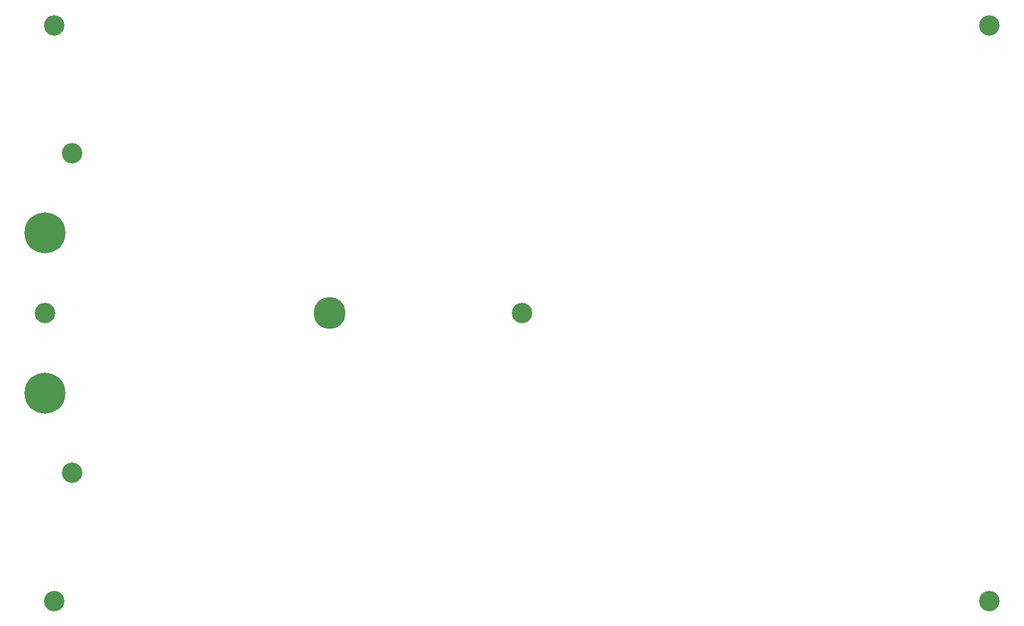
<source format=gbr>
G04 #@! TF.GenerationSoftware,KiCad,Pcbnew,8.0.8*
G04 #@! TF.CreationDate,2025-02-12T04:52:48-07:00*
G04 #@! TF.ProjectId,MK1 PCB BUILD PLATE,4d4b3120-5043-4422-9042-55494c442050,rev?*
G04 #@! TF.SameCoordinates,Original*
G04 #@! TF.FileFunction,Soldermask,Bot*
G04 #@! TF.FilePolarity,Negative*
%FSLAX46Y46*%
G04 Gerber Fmt 4.6, Leading zero omitted, Abs format (unit mm)*
G04 Created by KiCad (PCBNEW 8.0.8) date 2025-02-12 04:52:48*
%MOMM*%
%LPD*%
G01*
G04 APERTURE LIST*
%ADD10C,3.200000*%
%ADD11C,6.400000*%
%ADD12C,5.000000*%
G04 APERTURE END LIST*
D10*
X151100001Y-86933975D03*
X76600000Y-86933975D03*
X78100000Y-41933975D03*
X224100002Y-41933975D03*
X224100002Y-131933975D03*
X80850001Y-111933975D03*
D11*
X76600001Y-99433975D03*
D10*
X78100000Y-131933975D03*
D11*
X76600001Y-74433975D03*
D10*
X80850001Y-61933975D03*
D12*
X121100001Y-86933975D03*
M02*

</source>
